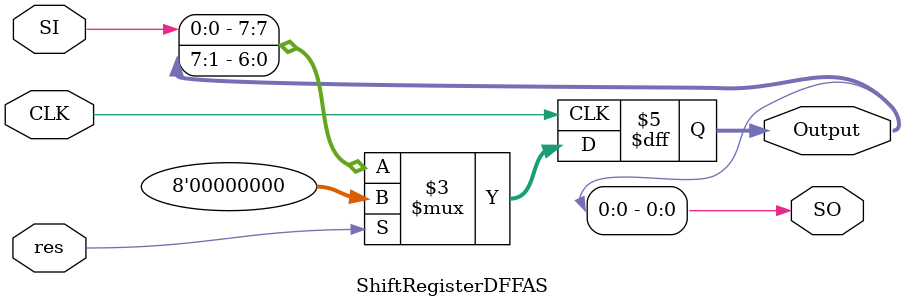
<source format=v>
`timescale 1ns/1ns

module ShiftRegisterDFFAS (input SI, res, CLK, output reg [7:0] Output, output SO);
    always @(posedge CLK) begin
        if(res) Output <= 8'b0;
        else Output <= {SI, Output[7:1]};
    end
    assign SO = Output[0];
endmodule

</source>
